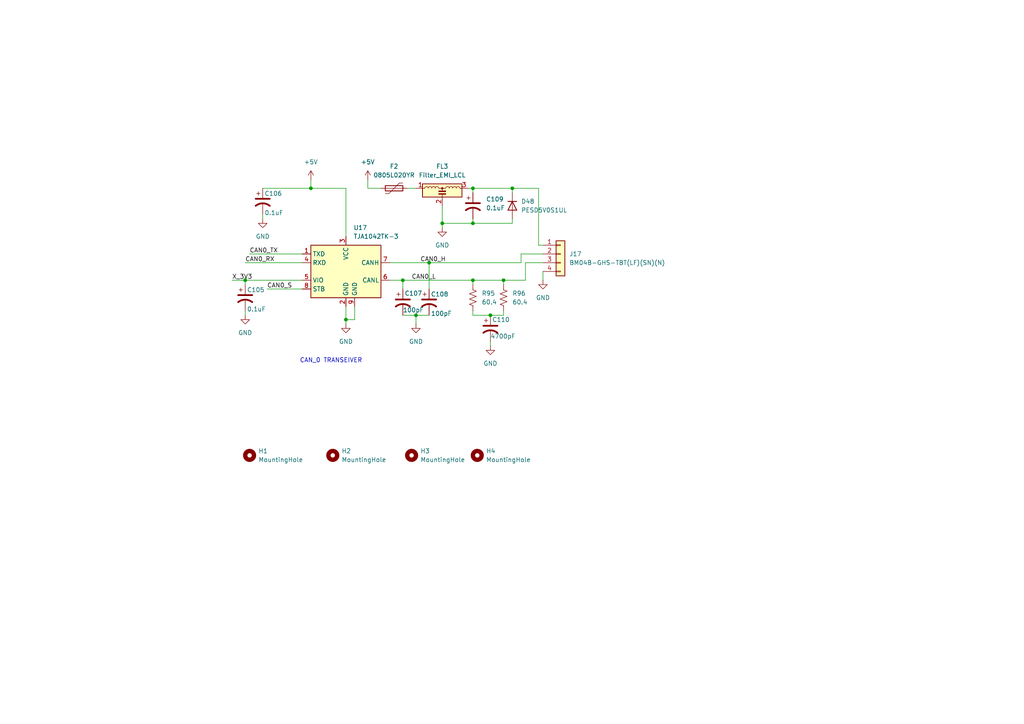
<source format=kicad_sch>
(kicad_sch (version 20231120) (generator "eeschema") (generator_version "8.0")
  (paper "A4")
  (lib_symbols
    (symbol "Connector_Generic:Conn_01x04" (pin_names (offset 1.016) hide)
      (property "Reference" "J" (at 0 5.08 0))
      (property "Value" "Conn_01x04" (at 0 -7.62 0))
      (symbol "Conn_01x04_1_1"
        (rectangle (start -1.27 -4.953) (end 0 -5.207) (stroke (width 0.1524)))
        (rectangle (start -1.27 -2.413) (end 0 -2.667) (stroke (width 0.1524)))
        (rectangle (start -1.27 0.127) (end 0 -0.127) (stroke (width 0.1524)))
        (rectangle (start -1.27 2.667) (end 0 2.413) (stroke (width 0.1524)))
        (rectangle (start -1.27 3.81) (end 1.27 -6.35) (stroke (width 0.254)) (fill (type background)))
        (pin passive line (at -5.08 2.54 0) (length 3.81) (name "Pin_1") (number "1"))
        (pin passive line (at -5.08 0 0) (length 3.81) (name "Pin_2") (number "2"))
        (pin passive line (at -5.08 -2.54 0) (length 3.81) (name "Pin_3") (number "3"))
        (pin passive line (at -5.08 -5.08 0) (length 3.81) (name "Pin_4") (number "4"))
      )
    )
    (symbol "Device:C_Polarized_US" (pin_numbers hide) (pin_names (offset 0.254) hide)
      (property "Reference" "C" (at 0.635 2.54 0))
      (property "Value" "C_Polarized_US" (at 0.635 -2.54 0))
      (symbol "C_Polarized_US_0_1"
        (polyline (pts (xy -2.032 0.762) (xy 2.032 0.762)) (stroke (width 0.508)))
        (polyline (pts (xy -1.778 2.286) (xy -0.762 2.286)))
        (polyline (pts (xy -1.27 1.778) (xy -1.27 2.794)))
        (arc (start 2.032 -1.27) (mid 0 -0.5572) (end -2.032 -1.27) (stroke (width 0.508)))
      )
      (symbol "C_Polarized_US_1_1"
        (pin passive line (at 0 3.81 270) (length 2.794) (name "~") (number "1"))
        (pin passive line (at 0 -3.81 90) (length 3.302) (name "~") (number "2"))
      )
    )
    (symbol "Device:D" (pin_numbers hide) (pin_names (offset 1.016) hide)
      (property "Reference" "D" (at 0 2.54 0))
      (property "Value" "D" (at 0 -2.54 0))
      (symbol "D_0_1"
        (polyline (pts (xy -1.27 1.27) (xy -1.27 -1.27)) (stroke (width 0.254)))
        (polyline (pts (xy 1.27 0) (xy -1.27 0)))
        (polyline (pts (xy 1.27 1.27) (xy 1.27 -1.27) (xy -1.27 0) (xy 1.27 1.27)) (stroke (width 0.254)))
      )
      (symbol "D_1_1"
        (pin passive line (at -3.81 0 0) (length 2.54) (name "K") (number "1"))
        (pin passive line (at 3.81 0 180) (length 2.54) (name "A") (number "2"))
      )
    )
    (symbol "Device:Filter_EMI_LCL" (pin_names (offset 0.254) hide)
      (property "Reference" "FL" (at 0 6.985 0))
      (property "Value" "Filter_EMI_LCL" (at 0 5.08 0))
      (symbol "Filter_EMI_LCL_0_1"
        (rectangle (start -5.715 3.81) (end 5.715 0) (stroke (width 0.254)) (fill (type background)))
        (arc (start -4.064 2.54) (mid -4.572 3.0458) (end -5.08 2.54))
        (arc (start -3.048 2.54) (mid -3.556 3.0458) (end -4.064 2.54))
        (arc (start -2.032 2.54) (mid -2.54 3.0458) (end -3.048 2.54))
        (rectangle (start -1.016 0.762) (end 1.016 1.016) (fill (type outline)))
        (arc (start -1.016 2.54) (mid -1.524 3.0458) (end -2.032 2.54))
        (polyline (pts (xy -1.016 2.54) (xy 1.016 2.54)))
        (polyline (pts (xy 0 0.762) (xy 0 0)))
        (polyline (pts (xy 0 2.54) (xy 0 1.778)))
        (circle (center 0 2.54) (radius 0.254) (fill (type outline)))
        (rectangle (start 1.016 1.524) (end -1.016 1.778) (fill (type outline)))
        (arc (start 2.032 2.54) (mid 1.524 3.0458) (end 1.016 2.54))
        (arc (start 3.048 2.54) (mid 2.54 3.0458) (end 2.032 2.54))
        (arc (start 4.064 2.54) (mid 3.556 3.0458) (end 3.048 2.54))
        (arc (start 5.08 2.54) (mid 4.572 3.0458) (end 4.064 2.54))
      )
      (symbol "Filter_EMI_LCL_1_1"
        (pin passive line (at -7.62 2.54 0) (length 2.54) (name "1") (number "1"))
        (pin passive line (at 0 -2.54 90) (length 2.54) (name "2") (number "2"))
        (pin passive line (at 7.62 2.54 180) (length 2.54) (name "3") (number "3"))
      )
    )
    (symbol "Device:Polyfuse" (pin_numbers hide) (pin_names (offset 0))
      (property "Reference" "F" (at -2.54 0 90))
      (property "Value" "Polyfuse" (at 2.54 0 90))
      (symbol "Polyfuse_0_1"
        (rectangle (start -0.762 2.54) (end 0.762 -2.54) (stroke (width 0.254)))
        (polyline (pts (xy 0 2.54) (xy 0 -2.54)))
        (polyline (pts (xy -1.524 2.54) (xy -1.524 1.524) (xy 1.524 -1.524) (xy 1.524 -2.54)))
      )
      (symbol "Polyfuse_1_1"
        (pin passive line (at 0 3.81 270) (length 1.27) (name "~") (number "1"))
        (pin passive line (at 0 -3.81 90) (length 1.27) (name "~") (number "2"))
      )
    )
    (symbol "Device:R_US" (pin_numbers hide) (pin_names (offset 0))
      (property "Reference" "R" (at 2.54 0 90))
      (property "Value" "R_US" (at -2.54 0 90))
      (symbol "R_US_0_1"
        (polyline (pts (xy 0 -2.286) (xy 0 -2.54)))
        (polyline (pts (xy 0 2.286) (xy 0 2.54)))
        (polyline (pts (xy 0 -0.762) (xy 1.016 -1.143) (xy 0 -1.524) (xy -1.016 -1.905) (xy 0 -2.286)))
        (polyline (pts (xy 0 0.762) (xy 1.016 0.381) (xy 0 0) (xy -1.016 -0.381) (xy 0 -0.762)))
        (polyline (pts (xy 0 2.286) (xy 1.016 1.905) (xy 0 1.524) (xy -1.016 1.143) (xy 0 0.762)))
      )
      (symbol "R_US_1_1"
        (pin passive line (at 0 3.81 270) (length 1.27) (name "~") (number "1"))
        (pin passive line (at 0 -3.81 90) (length 1.27) (name "~") (number "2"))
      )
    )
    (symbol "Interface_CAN_LIN:TJA1042TK-3"
      (property "Reference" "U" (at -10.16 8.89 0))
      (property "Value" "TJA1042TK-3" (at 1.27 8.89 0))
      (symbol "TJA1042TK-3_0_1"
        (rectangle (start -10.16 7.62) (end 10.16 -7.62) (stroke (width 0.254)) (fill (type background)))
      )
      (symbol "TJA1042TK-3_1_1"
        (pin input line (at -12.7 5.08 0) (length 2.54) (name "TXD") (number "1"))
        (pin power_in line (at 0 -10.16 90) (length 2.54) (name "GND") (number "2"))
        (pin power_in line (at 0 10.16 270) (length 2.54) (name "VCC") (number "3"))
        (pin output line (at -12.7 2.54 0) (length 2.54) (name "RXD") (number "4"))
        (pin power_in line (at -12.7 -2.54 0) (length 2.54) (name "VIO") (number "5"))
        (pin bidirectional line (at 12.7 -2.54 180) (length 2.54) (name "CANL") (number "6"))
        (pin bidirectional line (at 12.7 2.54 180) (length 2.54) (name "CANH") (number "7"))
        (pin input line (at -12.7 -5.08 0) (length 2.54) (name "STB") (number "8"))
        (pin power_in line (at 2.54 -10.16 90) (length 2.54) (name "GND") (number "9"))
      )
    )
    (symbol "Mechanical:MountingHole" (pin_names (offset 1.016)) (exclude_from_sim yes) (in_bom no)
      (property "Reference" "H" (at 0 5.08 0))
      (property "Value" "MountingHole" (at 0 3.175 0))
      (symbol "MountingHole_0_1"
        (circle (center 0 0) (radius 1.27) (stroke (width 1.27)))
      )
    )
    (symbol "power:+5V" (power) (pin_numbers hide) (pin_names (offset 0) hide)
      (property "Value" "+5V" (at 0 3.556 0))
      (symbol "+5V_0_1"
        (polyline (pts (xy -0.762 1.27) (xy 0 2.54)))
        (polyline (pts (xy 0 0) (xy 0 2.54)))
        (polyline (pts (xy 0 2.54) (xy 0.762 1.27)))
      )
      (symbol "+5V_1_1"
        (pin power_in line (at 0 0 90) (length 0) (name "~") (number "1"))
      )
    )
    (symbol "power:GND" (power) (pin_numbers hide) (pin_names (offset 0) hide)
      (property "Value" "GND" (at 0 -3.81 0))
      (symbol "GND_0_1"
        (polyline (pts (xy 0 0) (xy 0 -1.27) (xy 1.27 -1.27) (xy 0 -2.54) (xy -1.27 -1.27) (xy 0 -1.27)))
      )
      (symbol "GND_1_1"
        (pin power_in line (at 0 0 270) (length 0) (name "~") (number "1"))
      )
    )
  )
  (junction (at 128.27 64.77))
  (junction (at 148.59 54.61))
  (junction (at 71.12 81.28))
  (junction (at 116.84 81.28))
  (junction (at 137.16 81.28))
  (junction (at 100.33 92.71))
  (junction (at 137.16 64.77))
  (junction (at 90.17 54.61))
  (junction (at 120.65 91.44))
  (junction (at 142.24 91.44))
  (junction (at 137.16 54.61))
  (junction (at 146.05 81.28))
  (junction (at 124.46 76.2))
  (wire (pts (xy 151.13 76.2) (xy 151.13 73.66)))
  (wire (pts (xy 148.59 63.5) (xy 148.59 64.77)))
  (wire (pts (xy 100.33 68.58) (xy 100.33 54.61)))
  (wire (pts (xy 76.2 62.23) (xy 76.2 63.5)))
  (wire (pts (xy 156.21 71.12) (xy 157.48 71.12)))
  (wire (pts (xy 71.12 81.28) (xy 71.12 82.55)))
  (wire (pts (xy 76.2 54.61) (xy 90.17 54.61)))
  (wire (pts (xy 100.33 54.61) (xy 90.17 54.61)))
  (wire (pts (xy 146.05 91.44) (xy 146.05 90.17)))
  (wire (pts (xy 90.17 54.61) (xy 90.17 52.07)))
  (wire (pts (xy 120.65 93.98) (xy 120.65 91.44)))
  (wire (pts (xy 102.87 88.9) (xy 102.87 92.71)))
  (wire (pts (xy 118.11 54.61) (xy 120.65 54.61)))
  (wire (pts (xy 146.05 81.28) (xy 152.4 81.28)))
  (wire (pts (xy 151.13 73.66) (xy 157.48 73.66)))
  (wire (pts (xy 113.03 81.28) (xy 116.84 81.28)))
  (wire (pts (xy 152.4 76.2) (xy 157.48 76.2)))
  (wire (pts (xy 148.59 54.61) (xy 156.21 54.61)))
  (wire (pts (xy 137.16 81.28) (xy 137.16 82.55)))
  (wire (pts (xy 137.16 91.44) (xy 142.24 91.44)))
  (wire (pts (xy 72.39 73.66) (xy 87.63 73.66)))
  (wire (pts (xy 100.33 92.71) (xy 100.33 93.98)))
  (wire (pts (xy 137.16 90.17) (xy 137.16 91.44)))
  (wire (pts (xy 148.59 64.77) (xy 137.16 64.77)))
  (wire (pts (xy 152.4 81.28) (xy 152.4 76.2)))
  (wire (pts (xy 71.12 90.17) (xy 71.12 91.44)))
  (wire (pts (xy 148.59 55.88) (xy 148.59 54.61)))
  (wire (pts (xy 135.89 54.61) (xy 137.16 54.61)))
  (wire (pts (xy 71.12 81.28) (xy 87.63 81.28)))
  (wire (pts (xy 128.27 64.77) (xy 137.16 64.77)))
  (wire (pts (xy 116.84 91.44) (xy 120.65 91.44)))
  (wire (pts (xy 113.03 76.2) (xy 124.46 76.2)))
  (wire (pts (xy 67.31 81.28) (xy 71.12 81.28)))
  (wire (pts (xy 106.68 54.61) (xy 110.49 54.61)))
  (wire (pts (xy 137.16 81.28) (xy 146.05 81.28)))
  (wire (pts (xy 128.27 59.69) (xy 128.27 64.77)))
  (wire (pts (xy 137.16 64.77) (xy 137.16 63.5)))
  (wire (pts (xy 71.12 76.2) (xy 87.63 76.2)))
  (wire (pts (xy 148.59 54.61) (xy 137.16 54.61)))
  (wire (pts (xy 146.05 81.28) (xy 146.05 82.55)))
  (wire (pts (xy 100.33 88.9) (xy 100.33 92.71)))
  (wire (pts (xy 120.65 91.44) (xy 124.46 91.44)))
  (wire (pts (xy 124.46 83.82) (xy 124.46 76.2)))
  (wire (pts (xy 116.84 83.82) (xy 116.84 81.28)))
  (wire (pts (xy 142.24 99.06) (xy 142.24 100.33)))
  (wire (pts (xy 142.24 91.44) (xy 146.05 91.44)))
  (wire (pts (xy 116.84 81.28) (xy 137.16 81.28)))
  (wire (pts (xy 156.21 54.61) (xy 156.21 71.12)))
  (wire (pts (xy 124.46 76.2) (xy 151.13 76.2)))
  (wire (pts (xy 137.16 54.61) (xy 137.16 55.88)))
  (wire (pts (xy 102.87 92.71) (xy 100.33 92.71)))
  (wire (pts (xy 128.27 66.04) (xy 128.27 64.77)))
  (wire (pts (xy 106.68 52.07) (xy 106.68 54.61)))
  (wire (pts (xy 157.48 81.28) (xy 157.48 78.74)))
  (wire (pts (xy 77.47 83.82) (xy 87.63 83.82)))
  (text "CAN_0 TRANSEIVER" (at 96.012 104.648 0) (effects (font (size 1.27 1.27))))
  (label "CAN0_H" (at 121.92 76.2 0))
  (label "CAN0_TX" (at 72.39 73.66 0))
  (label "CAN0_RX" (at 71.12 76.2 0))
  (label "CAN0_L" (at 119.38 81.28 0))
  (label "X_3V3" (at 67.31 81.28 0))
  (label "CAN0_S" (at 77.47 83.82 0))
  (symbol (lib_id "Device:Polyfuse") (at 114.3 54.61 90) (unit 1)
    (property "Reference" "F2" (at 114.3 48.26 90))
    (property "Value" "0805L020YR" (at 114.3 50.8 90))
    (property "Description" "Resettable fuse, polymeric positive temperature coefficient" (effects (hide yes)))
  )
  (symbol (lib_id "Device:Filter_EMI_LCL") (at 128.27 57.15 0) (unit 1)
    (property "Reference" "FL3" (at 128.27 48.26 0))
    (property "Value" "Filter_EMI_LCL" (at 128.27 50.8 0))
    (property "Datasheet" "http://www.murata.com/~/media/webrenewal/support/library/catalog/products/emc/emifil/c31e.ashx?la=en-gb" (effects (hide yes)))
    (property "Description" "EMI T-filter (LCL)" (effects (hide yes)))
  )
  (symbol (lib_id "Mechanical:MountingHole") (at 138.43 132.08 0) (unit 1) (exclude_from_sim yes) (in_bom no)
    (property "Reference" "H4" (at 140.97 130.8099 0) (effects (justify left)))
    (property "Value" "MountingHole" (at 140.97 133.3499 0) (effects (justify left)))
    (property "Description" "Mounting Hole without connection" (effects (hide yes)))
  )
  (symbol (lib_id "Mechanical:MountingHole") (at 96.52 132.08 0) (unit 1) (exclude_from_sim yes) (in_bom no)
    (property "Reference" "H2" (at 99.06 130.8099 0) (effects (justify left)))
    (property "Value" "MountingHole" (at 99.06 133.3499 0) (effects (justify left)))
    (property "Description" "Mounting Hole without connection" (effects (hide yes)))
  )
  (symbol (lib_id "power:GND") (at 157.48 81.28 0) (unit 1)
    (property "Reference" "#PWR0196" (effects (hide yes)))
    (property "Value" "GND" (at 157.48 86.36 0))
    (property "Description" "Power symbol creates a global label with name \"GND\" , ground" (effects (hide yes)))
  )
  (symbol (lib_id "power:GND") (at 120.65 93.98 0) (unit 1)
    (property "Reference" "#PWR0193" (effects (hide yes)))
    (property "Value" "GND" (at 120.65 99.06 0))
    (property "Description" "Power symbol creates a global label with name \"GND\" , ground" (effects (hide yes)))
  )
  (symbol (lib_id "Device:D") (at 148.59 59.69 270) (unit 1)
    (property "Reference" "D48" (at 151.13 58.4199 90) (effects (justify left)))
    (property "Value" "PESD5V0S1UL" (at 151.13 60.9599 90) (effects (justify left)))
    (property "Description" "Diode" (effects (hide yes)))
    (property "Sim.Device" "D" (effects (hide yes)))
    (property "Sim.Pins" "1=K 2=A" (effects (hide yes)))
  )
  (symbol (lib_id "power:GND") (at 71.12 91.44 0) (unit 1)
    (property "Reference" "#PWR0188" (effects (hide yes)))
    (property "Value" "GND" (at 71.12 96.52 0))
    (property "Description" "Power symbol creates a global label with name \"GND\" , ground" (effects (hide yes)))
  )
  (symbol (lib_id "power:+5V") (at 106.68 52.07 0) (unit 1)
    (property "Reference" "#PWR0192" (effects (hide yes)))
    (property "Value" "+5V" (at 106.68 46.99 0))
    (property "Description" "Power symbol creates a global label with name \"+5V\"" (effects (hide yes)))
  )
  (symbol (lib_id "Device:C_Polarized_US") (at 116.84 87.63 0) (unit 1)
    (property "Reference" "C107" (at 117.348 85.09 0) (effects (justify left)))
    (property "Value" "100pF" (at 116.84 89.916 0) (effects (justify left)))
    (property "Description" "Polarized capacitor, US symbol" (effects (hide yes)))
  )
  (symbol (lib_id "Interface_CAN_LIN:TJA1042TK-3") (at 100.33 78.74 0) (unit 1)
    (property "Reference" "U17" (at 102.5241 66.04 0) (effects (justify left)))
    (property "Value" "TJA1042TK-3" (at 102.5241 68.58 0) (effects (justify left)))
    (property "Footprint" "Package_DFN_QFN:DFN-8-1EP_3x3mm_P0.65mm_EP1.55x2.4mm" (effects (hide yes)))
    (property "Datasheet" "http://www.nxp.com/docs/en/data-sheet/TJA1042.pdf" (effects (hide yes)))
    (property "Description" "High-Speed CAN Transceiver, separate VIO, standby mode, DFN-8-1EP" (effects (hide yes)))
  )
  (symbol (lib_id "power:GND") (at 100.33 93.98 0) (unit 1)
    (property "Reference" "#PWR0191" (effects (hide yes)))
    (property "Value" "GND" (at 100.33 99.06 0))
    (property "Description" "Power symbol creates a global label with name \"GND\" , ground" (effects (hide yes)))
  )
  (symbol (lib_id "Device:R_US") (at 137.16 86.36 0) (unit 1)
    (property "Reference" "R95" (at 139.7 85.0899 0) (effects (justify left)))
    (property "Value" "60.4" (at 139.7 87.6299 0) (effects (justify left)))
    (property "Description" "Resistor, US symbol" (effects (hide yes)))
  )
  (symbol (lib_id "Device:C_Polarized_US") (at 71.12 86.36 0) (unit 1)
    (property "Reference" "C105" (at 71.628 84.074 0) (effects (justify left)))
    (property "Value" "0.1uF" (at 71.628 89.662 0) (effects (justify left)))
    (property "Description" "Polarized capacitor, US symbol" (effects (hide yes)))
  )
  (symbol (lib_id "Device:C_Polarized_US") (at 76.2 58.42 0) (unit 1)
    (property "Reference" "C106" (at 76.708 56.134 0) (effects (justify left)))
    (property "Value" "0.1uF" (at 76.708 61.722 0) (effects (justify left)))
    (property "Description" "Polarized capacitor, US symbol" (effects (hide yes)))
  )
  (symbol (lib_id "power:GND") (at 128.27 66.04 0) (unit 1)
    (property "Reference" "#PWR0194" (effects (hide yes)))
    (property "Value" "GND" (at 128.27 71.12 0))
    (property "Description" "Power symbol creates a global label with name \"GND\" , ground" (effects (hide yes)))
  )
  (symbol (lib_id "power:+5V") (at 90.17 52.07 0) (unit 1)
    (property "Reference" "#PWR0190" (effects (hide yes)))
    (property "Value" "+5V" (at 90.17 46.99 0))
    (property "Description" "Power symbol creates a global label with name \"+5V\"" (effects (hide yes)))
  )
  (symbol (lib_id "Device:C_Polarized_US") (at 124.46 87.63 0) (unit 1)
    (property "Reference" "C108" (at 124.968 85.344 0) (effects (justify left)))
    (property "Value" "100pF" (at 124.968 90.932 0) (effects (justify left)))
    (property "Description" "Polarized capacitor, US symbol" (effects (hide yes)))
  )
  (symbol (lib_id "Device:C_Polarized_US") (at 142.24 95.25 0) (unit 1)
    (property "Reference" "C110" (at 142.748 92.71 0) (effects (justify left)))
    (property "Value" "4700pF" (at 142.24 97.536 0) (effects (justify left)))
    (property "Description" "Polarized capacitor, US symbol" (effects (hide yes)))
  )
  (symbol (lib_id "Connector_Generic:Conn_01x04") (at 162.56 73.66 0) (unit 1)
    (property "Reference" "J17" (at 165.1 73.6599 0) (effects (justify left)))
    (property "Value" "BM04B-GHS-TBT(LF)(SN)(N)" (at 165.1 76.1999 0) (effects (justify left)))
    (property "Description" "Generic connector, single row, 01x04, script generated (kicad-library-utils/schlib/autogen/connector/)" (effects (hide yes)))
  )
  (symbol (lib_id "Device:R_US") (at 146.05 86.36 0) (unit 1)
    (property "Reference" "R96" (at 148.59 85.0899 0) (effects (justify left)))
    (property "Value" "60.4" (at 148.59 87.6299 0) (effects (justify left)))
    (property "Description" "Resistor, US symbol" (effects (hide yes)))
  )
  (symbol (lib_id "Device:C_Polarized_US") (at 137.16 59.69 0) (unit 1)
    (property "Reference" "C109" (at 140.97 57.7849 0) (effects (justify left)))
    (property "Value" "0.1uF" (at 140.97 60.3249 0) (effects (justify left)))
    (property "Description" "Polarized capacitor, US symbol" (effects (hide yes)))
  )
  (symbol (lib_id "power:GND") (at 76.2 63.5 0) (unit 1)
    (property "Reference" "#PWR0189" (effects (hide yes)))
    (property "Value" "GND" (at 76.2 68.58 0))
    (property "Description" "Power symbol creates a global label with name \"GND\" , ground" (effects (hide yes)))
  )
  (symbol (lib_id "Mechanical:MountingHole") (at 72.39 132.08 0) (unit 1) (exclude_from_sim yes) (in_bom no)
    (property "Reference" "H1" (at 74.93 130.8099 0) (effects (justify left)))
    (property "Value" "MountingHole" (at 74.93 133.3499 0) (effects (justify left)))
    (property "Description" "Mounting Hole without connection" (effects (hide yes)))
  )
  (symbol (lib_id "power:GND") (at 142.24 100.33 0) (unit 1)
    (property "Reference" "#PWR0195" (effects (hide yes)))
    (property "Value" "GND" (at 142.24 105.41 0))
    (property "Description" "Power symbol creates a global label with name \"GND\" , ground" (effects (hide yes)))
  )
  (symbol (lib_id "Mechanical:MountingHole") (at 119.38 132.08 0) (unit 1) (exclude_from_sim yes) (in_bom no)
    (property "Reference" "H3" (at 121.92 130.8099 0) (effects (justify left)))
    (property "Value" "MountingHole" (at 121.92 133.3499 0) (effects (justify left)))
    (property "Description" "Mounting Hole without connection" (effects (hide yes)))
  )
)
</source>
